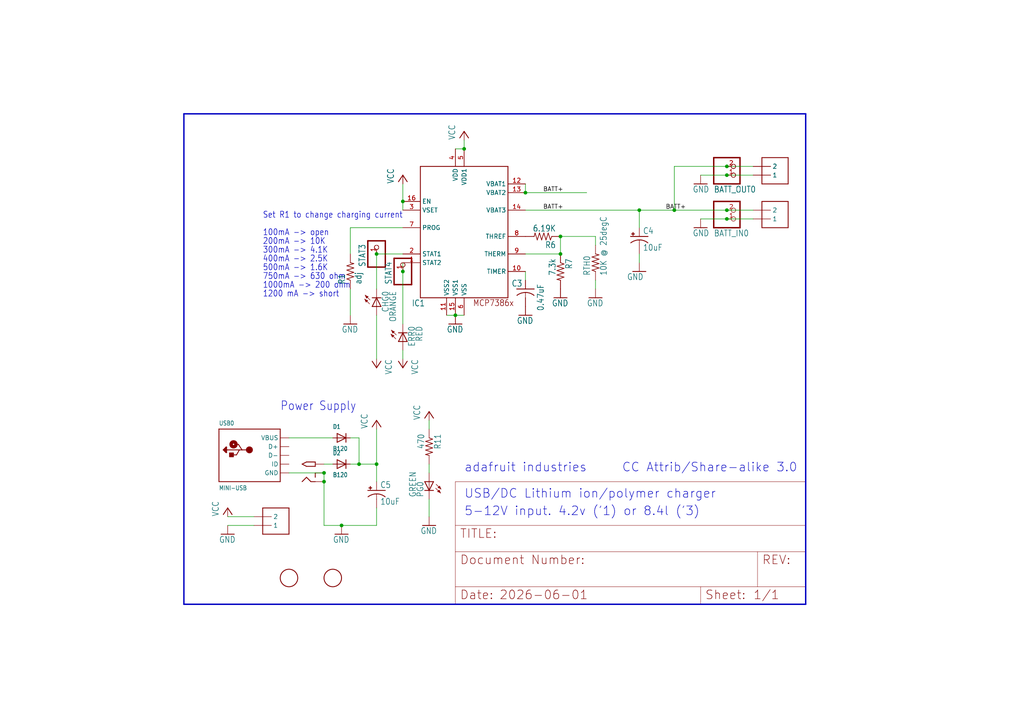
<source format=kicad_sch>
(kicad_sch (version 20230121) (generator eeschema)
  (paper "A4")
  (lib_symbols
    (symbol "working-eagle-import:1X2-3.5MM"
      (symbol "1X2-3.5MM_1_0"
        (polyline (pts (xy -2.54 -2.54) (xy 5.08 -2.54)) (stroke (width 0.254)))
        (polyline (pts (xy -2.54 5.08) (xy -2.54 -2.54)) (stroke (width 0.254)))
        (polyline (pts (xy 5.08 -2.54) (xy 5.08 5.08)) (stroke (width 0.254)))
        (polyline (pts (xy 5.08 5.08) (xy -2.54 5.08)) (stroke (width 0.254)))
        (pin passive line (at -5.08 2.54 0) (length 5.08) (name "1") (number "1"))
        (pin passive line (at -5.08 0 0) (length 5.08) (name "2") (number "2"))
      )
    )
    (symbol "working-eagle-import:2.1MMJACKSMT"
      (symbol "2.1MMJACKSMT_1_0"
        (polyline (pts (xy -1.27 2.54) (xy 0 1.905)) (stroke (width 0.254)))
        (polyline (pts (xy 0 -1.27) (xy -1.27 -2.54)) (stroke (width 0.254)))
        (polyline (pts (xy 0 1.905) (xy 2.54 1.905)) (stroke (width 0.254)))
        (polyline (pts (xy 0 3.175) (xy -1.27 2.54)) (stroke (width 0.254)))
        (polyline (pts (xy 1.27 -2.54) (xy 0 -1.27)) (stroke (width 0.254)))
        (polyline (pts (xy 2.54 -2.54) (xy 1.27 -2.54)) (stroke (width 0.254)))
        (polyline (pts (xy 2.54 0) (xy 2.54 -1.27)) (stroke (width 0.254)))
        (polyline (pts (xy 2.54 1.905) (xy 2.54 3.175)) (stroke (width 0.254)))
        (polyline (pts (xy 2.54 3.175) (xy 0 3.175)) (stroke (width 0.254)))
        (pin bidirectional line (at 5.08 -2.54 180) (length 2.54) (name "RING") (number "GND"))
        (pin bidirectional line (at 5.08 0 180) (length 2.54) (name "RING_SW") (number "GNDBREAK"))
        (pin bidirectional line (at 5.08 2.54 180) (length 2.54) (name "TIP") (number "PWR2"))
      )
    )
    (symbol "working-eagle-import:C-USC0805K"
      (property "Reference" "C" (at 1.016 0.635 0))
      (symbol "C-USC0805K_1_0"
        (arc (start 0 -1.0161) (mid -1.302 -1.2303) (end -2.4668 -1.8504) (stroke (width 0.254)))
        (polyline (pts (xy -2.54 0) (xy 2.54 0)) (stroke (width 0.254)))
        (polyline (pts (xy 0 -1.016) (xy 0 -2.54)) (stroke (width 0.1524)))
        (arc (start 2.4892 -1.8541) (mid 1.3158 -1.2194) (end 0 -1) (stroke (width 0.254)))
        (pin passive line (at 0 2.54 270) (length 2.54) (name "1") (number "1"))
        (pin passive line (at 0 -5.08 90) (length 2.54) (name "2") (number "2"))
      )
    )
    (symbol "working-eagle-import:CPOL-USA/3216-18R"
      (property "Reference" "C" (at 1.016 0.635 0))
      (symbol "CPOL-USA/3216-18R_1_0"
        (rectangle (start -2.253 0.668) (end -1.364 0.795) (fill (type outline)))
        (rectangle (start -1.872 0.287) (end -1.745 1.176) (fill (type outline)))
        (arc (start 0 -1.0161) (mid -1.3021 -1.2303) (end -2.4669 -1.8504) (stroke (width 0.254)))
        (polyline (pts (xy -2.54 0) (xy 2.54 0)) (stroke (width 0.254)))
        (polyline (pts (xy 0 -1.016) (xy 0 -2.54)) (stroke (width 0.1524)))
        (arc (start 2.4892 -1.8541) (mid 1.3158 -1.2194) (end 0 -1) (stroke (width 0.254)))
        (pin passive line (at 0 2.54 270) (length 2.54) (name "+") (number "+"))
        (pin passive line (at 0 -5.08 90) (length 2.54) (name "-") (number "-"))
      )
    )
    (symbol "working-eagle-import:DIODESMA"
      (property "Reference" "D" (at -2.54 2.54 0))
      (symbol "DIODESMA_1_0"
        (polyline (pts (xy -1.27 -1.27) (xy 1.27 0)) (stroke (width 0.254)))
        (polyline (pts (xy -1.27 1.27) (xy -1.27 -1.27)) (stroke (width 0.254)))
        (polyline (pts (xy 1.27 0) (xy -1.27 1.27)) (stroke (width 0.254)))
        (polyline (pts (xy 1.27 0) (xy 1.27 -1.27)) (stroke (width 0.254)))
        (polyline (pts (xy 1.27 1.27) (xy 1.27 0)) (stroke (width 0.254)))
        (pin passive line (at -2.54 0 0) (length 2.54) (name "A") (number "A"))
        (pin passive line (at 2.54 0 180) (length 2.54) (name "C") (number "C"))
      )
    )
    (symbol "working-eagle-import:FIDUCIAL"
      (symbol "FIDUCIAL_1_0"
        (circle (center 0 0) (radius 2.54) (stroke (width 0.254)))
      )
    )
    (symbol "working-eagle-import:GND" (power)
      (property "Value" "GND" (at -2.54 -2.54 0))
      (symbol "GND_1_0"
        (polyline (pts (xy -1.905 0) (xy 1.905 0)) (stroke (width 0.254)))
        (pin power_in line (at 0 2.54 270) (length 2.54) (name "GND") (number "1"))
      )
    )
    (symbol "working-eagle-import:JST_2PIN"
      (property "Reference" "CN" (at -6.35 5.715 0))
      (symbol "JST_2PIN_1_0"
        (polyline (pts (xy -6.35 -2.54) (xy 1.27 -2.54)) (stroke (width 0.4064)))
        (polyline (pts (xy -6.35 5.08) (xy -6.35 -2.54)) (stroke (width 0.4064)))
        (polyline (pts (xy 1.27 -2.54) (xy 1.27 5.08)) (stroke (width 0.4064)))
        (polyline (pts (xy 1.27 5.08) (xy -6.35 5.08)) (stroke (width 0.4064)))
        (pin passive inverted (at -2.54 2.54 0) (length 2.54) (name "1") (number "1"))
        (pin passive inverted (at -2.54 0 0) (length 2.54) (name "2") (number "2"))
      )
    )
    (symbol "working-eagle-import:LEDCHIPLED_0805"
      (property "Reference" "LED" (at 3.556 -4.572 90))
      (symbol "LEDCHIPLED_0805_1_0"
        (polyline (pts (xy -2.032 -0.762) (xy -3.429 -2.159)) (stroke (width 0.1524)))
        (polyline (pts (xy -1.905 -1.905) (xy -3.302 -3.302)) (stroke (width 0.1524)))
        (polyline (pts (xy 0 -2.54) (xy -1.27 -2.54)) (stroke (width 0.254)))
        (polyline (pts (xy 0 -2.54) (xy -1.27 0)) (stroke (width 0.254)))
        (polyline (pts (xy 0 0) (xy -1.27 0)) (stroke (width 0.254)))
        (polyline (pts (xy 0 0) (xy 0 -2.54)) (stroke (width 0.1524)))
        (polyline (pts (xy 1.27 -2.54) (xy 0 -2.54)) (stroke (width 0.254)))
        (polyline (pts (xy 1.27 0) (xy 0 -2.54)) (stroke (width 0.254)))
        (polyline (pts (xy 1.27 0) (xy 0 0)) (stroke (width 0.254)))
        (polyline (pts (xy -3.429 -2.159) (xy -3.048 -1.27) (xy -2.54 -1.778)) (stroke (width 0.1524)) (fill (type outline)))
        (polyline (pts (xy -3.302 -3.302) (xy -2.921 -2.413) (xy -2.413 -2.921)) (stroke (width 0.1524)) (fill (type outline)))
        (pin passive line (at 0 2.54 270) (length 2.54) (name "A") (number "A"))
        (pin passive line (at 0 -5.08 90) (length 2.54) (name "C") (number "C"))
      )
    )
    (symbol "working-eagle-import:LETTER_L"
      (symbol "LETTER_L_1_0"
        (polyline (pts (xy 0 0) (xy 248.92 0) (xy 248.92 185.42) (xy 0 185.42) (xy 0 0)))
      )
      (symbol "LETTER_L_2_0"
        (polyline (pts (xy 0 0) (xy 0 5.08)) (stroke (width 0.1016)))
        (polyline (pts (xy 0 0) (xy 71.12 0)) (stroke (width 0.1016)))
        (polyline (pts (xy 0 5.08) (xy 0 15.24)) (stroke (width 0.1016)))
        (polyline (pts (xy 0 5.08) (xy 71.12 5.08)) (stroke (width 0.1016)))
        (polyline (pts (xy 0 15.24) (xy 0 22.86)) (stroke (width 0.1016)))
        (polyline (pts (xy 0 22.86) (xy 0 35.56)) (stroke (width 0.1016)))
        (polyline (pts (xy 0 22.86) (xy 101.6 22.86)) (stroke (width 0.1016)))
        (polyline (pts (xy 71.12 0) (xy 101.6 0)) (stroke (width 0.1016)))
        (polyline (pts (xy 71.12 5.08) (xy 71.12 0)) (stroke (width 0.1016)))
        (polyline (pts (xy 71.12 5.08) (xy 87.63 5.08)) (stroke (width 0.1016)))
        (polyline (pts (xy 87.63 5.08) (xy 101.6 5.08)) (stroke (width 0.1016)))
        (polyline (pts (xy 87.63 15.24) (xy 0 15.24)) (stroke (width 0.1016)))
        (polyline (pts (xy 87.63 15.24) (xy 87.63 5.08)) (stroke (width 0.1016)))
        (polyline (pts (xy 101.6 5.08) (xy 101.6 0)) (stroke (width 0.1016)))
        (polyline (pts (xy 101.6 15.24) (xy 87.63 15.24)) (stroke (width 0.1016)))
        (polyline (pts (xy 101.6 15.24) (xy 101.6 5.08)) (stroke (width 0.1016)))
        (polyline (pts (xy 101.6 22.86) (xy 101.6 15.24)) (stroke (width 0.1016)))
        (polyline (pts (xy 101.6 35.56) (xy 0 35.56)) (stroke (width 0.1016)))
        (polyline (pts (xy 101.6 35.56) (xy 101.6 22.86)) (stroke (width 0.1016)))
        (text "${#}/${##}" (at 86.36 1.27 0) (effects (font (size 2.54 2.54)) (justify left bottom)))
        (text "${CURRENT_DATE}" (at 12.7 1.27 0) (effects (font (size 2.54 2.54)) (justify left bottom)))
        (text "${PROJECTNAME}" (at 17.78 19.05 0) (effects (font (size 2.54 2.54)) (justify left bottom)))
        (text "Date:" (at 1.27 1.27 0) (effects (font (size 2.54 2.54)) (justify left bottom)))
        (text "Document Number:" (at 1.27 11.43 0) (effects (font (size 2.54 2.54)) (justify left bottom)))
        (text "REV:" (at 88.9 11.43 0) (effects (font (size 2.54 2.54)) (justify left bottom)))
        (text "Sheet:" (at 72.39 1.27 0) (effects (font (size 2.54 2.54)) (justify left bottom)))
        (text "TITLE:" (at 1.27 19.05 0) (effects (font (size 2.54 2.54)) (justify left bottom)))
      )
    )
    (symbol "working-eagle-import:MCP7386XS"
      (property "Reference" "IC" (at -22.86 -20.32 0))
      (symbol "MCP7386XS_1_0"
        (polyline (pts (xy -20.32 -17.78) (xy -20.32 20.32)) (stroke (width 0.254)))
        (polyline (pts (xy -20.32 20.32) (xy 5.08 20.32)) (stroke (width 0.254)))
        (polyline (pts (xy 5.08 -17.78) (xy -20.32 -17.78)) (stroke (width 0.254)))
        (polyline (pts (xy 5.08 20.32) (xy 5.08 -17.78)) (stroke (width 0.254)))
        (text "MCP7386x" (at -5.08 -20.32 0) (effects (font (size 1.778 1.5113)) (justify left bottom)))
        (pin output line (at -25.4 -7.62 0) (length 5.08) (name "STAT2") (number "1"))
        (pin passive line (at 10.16 -10.16 180) (length 5.08) (name "TIMER") (number "10"))
        (pin power_in line (at -12.7 -22.86 90) (length 5.08) (name "VSS2") (number "11"))
        (pin input line (at 10.16 15.24 180) (length 5.08) (name "VBAT1") (number "12"))
        (pin input line (at 10.16 12.7 180) (length 5.08) (name "VBAT2") (number "13"))
        (pin input line (at 10.16 7.62 180) (length 5.08) (name "VBAT3") (number "14"))
        (pin power_in line (at -10.16 -22.86 90) (length 5.08) (name "VSS1") (number "15"))
        (pin input line (at -25.4 10.16 0) (length 5.08) (name "EN") (number "16"))
        (pin output line (at -25.4 -5.08 0) (length 5.08) (name "STAT1") (number "2"))
        (pin input line (at -25.4 7.62 0) (length 5.08) (name "VSET") (number "3"))
        (pin power_in line (at -10.16 25.4 270) (length 5.08) (name "VDD") (number "4"))
        (pin power_in line (at -7.62 25.4 270) (length 5.08) (name "VDD1") (number "5"))
        (pin power_in line (at -7.62 -22.86 90) (length 5.08) (name "VSS") (number "6"))
        (pin passive line (at -25.4 2.54 0) (length 5.08) (name "PROG") (number "7"))
        (pin passive line (at 10.16 0 180) (length 5.08) (name "THREF") (number "8"))
        (pin passive line (at 10.16 -5.08 180) (length 5.08) (name "THERM") (number "9"))
      )
    )
    (symbol "working-eagle-import:PINHD-1X1"
      (property "Reference" "JP" (at -6.35 3.175 0))
      (symbol "PINHD-1X1_1_0"
        (polyline (pts (xy -6.35 -2.54) (xy 1.27 -2.54)) (stroke (width 0.4064)))
        (polyline (pts (xy -6.35 2.54) (xy -6.35 -2.54)) (stroke (width 0.4064)))
        (polyline (pts (xy 1.27 -2.54) (xy 1.27 2.54)) (stroke (width 0.4064)))
        (polyline (pts (xy 1.27 2.54) (xy -6.35 2.54)) (stroke (width 0.4064)))
        (pin passive inverted (at -2.54 0 0) (length 2.54) (name "1") (number "1"))
      )
    )
    (symbol "working-eagle-import:R-US_FLIPFLOP"
      (property "Reference" "R" (at -3.81 1.4986 0))
      (symbol "R-US_FLIPFLOP_1_0"
        (polyline (pts (xy -2.54 0) (xy -2.159 1.016)) (stroke (width 0.2032)))
        (polyline (pts (xy -2.159 1.016) (xy -1.524 -1.016)) (stroke (width 0.2032)))
        (polyline (pts (xy -1.524 -1.016) (xy -0.889 1.016)) (stroke (width 0.2032)))
        (polyline (pts (xy -0.889 1.016) (xy -0.254 -1.016)) (stroke (width 0.2032)))
        (polyline (pts (xy -0.254 -1.016) (xy 0.381 1.016)) (stroke (width 0.2032)))
        (polyline (pts (xy 0.381 1.016) (xy 1.016 -1.016)) (stroke (width 0.2032)))
        (polyline (pts (xy 1.016 -1.016) (xy 1.651 1.016)) (stroke (width 0.2032)))
        (polyline (pts (xy 1.651 1.016) (xy 2.286 -1.016)) (stroke (width 0.2032)))
        (polyline (pts (xy 2.286 -1.016) (xy 2.54 0)) (stroke (width 0.2032)))
        (pin passive line (at -5.08 0 0) (length 2.54) (name "1") (number "1"))
        (pin passive line (at 5.08 0 180) (length 2.54) (name "2") (number "2"))
      )
    )
    (symbol "working-eagle-import:R-US_R0805"
      (property "Reference" "R" (at -3.81 1.4986 0))
      (symbol "R-US_R0805_1_0"
        (polyline (pts (xy -2.54 0) (xy -2.159 1.016)) (stroke (width 0.2032)))
        (polyline (pts (xy -2.159 1.016) (xy -1.524 -1.016)) (stroke (width 0.2032)))
        (polyline (pts (xy -1.524 -1.016) (xy -0.889 1.016)) (stroke (width 0.2032)))
        (polyline (pts (xy -0.889 1.016) (xy -0.254 -1.016)) (stroke (width 0.2032)))
        (polyline (pts (xy -0.254 -1.016) (xy 0.381 1.016)) (stroke (width 0.2032)))
        (polyline (pts (xy 0.381 1.016) (xy 1.016 -1.016)) (stroke (width 0.2032)))
        (polyline (pts (xy 1.016 -1.016) (xy 1.651 1.016)) (stroke (width 0.2032)))
        (polyline (pts (xy 1.651 1.016) (xy 2.286 -1.016)) (stroke (width 0.2032)))
        (polyline (pts (xy 2.286 -1.016) (xy 2.54 0)) (stroke (width 0.2032)))
        (pin passive line (at -5.08 0 0) (length 2.54) (name "1") (number "1"))
        (pin passive line (at 5.08 0 180) (length 2.54) (name "2") (number "2"))
      )
    )
    (symbol "working-eagle-import:USBMINIB"
      (property "Reference" "CN" (at -10.16 8.636 0))
      (symbol "USBMINIB_1_0"
        (rectangle (start -7.12 -0.45) (end -5.92 0.75) (fill (type outline)))
        (circle (center -5.92 3.2) (radius 0.2) (stroke (width 1)))
        (circle (center -1.32 1.6) (radius 0.5) (stroke (width 1)))
        (polyline (pts (xy -10.2 7.62) (xy -10.16 7.62)) (stroke (width 0.254)))
        (polyline (pts (xy -10.16 -7.62) (xy 7.62 -7.62)) (stroke (width 0.254)))
        (polyline (pts (xy -10.16 7.62) (xy -10.16 -7.62)) (stroke (width 0.254)))
        (polyline (pts (xy -10.16 7.62) (xy 7.62 7.62)) (stroke (width 0.254)))
        (polyline (pts (xy -8.92 1.6) (xy -8.12 2.4)) (stroke (width 0.254)))
        (polyline (pts (xy -8.52 1.4) (xy -8.32 1.2)) (stroke (width 0.254)))
        (polyline (pts (xy -8.52 1.6) (xy -8.52 1.4)) (stroke (width 0.254)))
        (polyline (pts (xy -8.32 1.2) (xy -8.32 2)) (stroke (width 0.254)))
        (polyline (pts (xy -8.32 2) (xy -8.72 1.6)) (stroke (width 0.254)))
        (polyline (pts (xy -8.12 0.8) (xy -8.92 1.6)) (stroke (width 0.254)))
        (polyline (pts (xy -8.12 1) (xy -8.12 2.4)) (stroke (width 0.254)))
        (polyline (pts (xy -8.12 2.4) (xy -7.92 2.4)) (stroke (width 0.254)))
        (polyline (pts (xy -7.92 0.8) (xy -8.12 0.8)) (stroke (width 0.254)))
        (polyline (pts (xy -7.92 1.6) (xy -7.92 0.8)) (stroke (width 0.254)))
        (polyline (pts (xy -7.92 2.4) (xy -7.92 1.6)) (stroke (width 0.254)))
        (polyline (pts (xy -6.27 0.15) (xy -5.07 0.15)) (stroke (width 0.254)))
        (polyline (pts (xy -5.52 3.2) (xy -4.52 3.2)) (stroke (width 0.254)))
        (polyline (pts (xy -5.07 0.15) (xy -4.22 1.6)) (stroke (width 0.254)))
        (polyline (pts (xy -4.52 3.2) (xy -3.47 1.6)) (stroke (width 0.254)))
        (polyline (pts (xy -4.22 1.6) (xy -7.92 1.6)) (stroke (width 0.254)))
        (polyline (pts (xy -3.47 1.6) (xy -4.22 1.6)) (stroke (width 0.254)))
        (polyline (pts (xy -1.32 1.6) (xy -3.47 1.6)) (stroke (width 0.254)))
        (polyline (pts (xy 7.62 7.62) (xy 7.62 -7.62)) (stroke (width 0.254)))
        (pin bidirectional line (at 10.16 2.54 180) (length 2.54) (name "D+") (number "D+"))
        (pin bidirectional line (at 10.16 0 180) (length 2.54) (name "D-") (number "D-"))
        (pin power_in line (at 10.16 -5.08 180) (length 2.54) (name "GND") (number "GND"))
        (pin bidirectional line (at 10.16 -2.54 180) (length 2.54) (name "ID") (number "ID"))
        (pin power_in line (at 10.16 5.08 180) (length 2.54) (name "VBUS") (number "VBUS"))
      )
    )
    (symbol "working-eagle-import:VCC" (power)
      (property "Value" "VCC" (at -2.54 -2.54 90))
      (symbol "VCC_1_0"
        (polyline (pts (xy 0 0) (xy -1.27 -1.905)) (stroke (width 0.254)))
        (polyline (pts (xy 1.27 -1.905) (xy 0 0)) (stroke (width 0.254)))
        (pin power_in line (at 0 -2.54 90) (length 2.54) (name "VCC") (number "1"))
      )
    )
  )
  (junction (at 116.84 58.42))
  (junction (at 210.82 50.8))
  (junction (at 210.82 63.5))
  (junction (at 132.08 91.44))
  (junction (at 162.56 73.66))
  (junction (at 134.62 43.18))
  (junction (at 210.82 48.26))
  (junction (at 116.84 78.74))
  (junction (at 185.42 60.96))
  (junction (at 99.06 152.4))
  (junction (at 109.22 134.62))
  (junction (at 152.4 55.88))
  (junction (at 93.98 139.7))
  (junction (at 93.98 137.16))
  (junction (at 162.56 68.58))
  (junction (at 210.82 60.96))
  (junction (at 109.22 73.66))
  (junction (at 195.58 60.96))
  (junction (at 104.14 134.62))
  (wire (pts (xy 93.98 134.62) (xy 96.52 134.62)) (stroke (width 0.1524)))
  (wire (pts (xy 101.6 73.66) (xy 101.6 66.04)) (stroke (width 0.1524)))
  (wire (pts (xy 73.66 152.4) (xy 66.04 152.4)) (stroke (width 0.1524)))
  (wire (pts (xy 210.82 60.96) (xy 195.58 60.96)) (stroke (width 0.1524)))
  (wire (pts (xy 134.62 43.18) (xy 132.08 43.18)) (stroke (width 0.1524)))
  (wire (pts (xy 124.46 149.86) (xy 124.46 144.78)) (stroke (width 0.1524)))
  (wire (pts (xy 109.22 73.66) (xy 109.22 83.82)) (stroke (width 0.1524)))
  (wire (pts (xy 73.66 149.86) (xy 66.04 149.86)) (stroke (width 0.1524)))
  (wire (pts (xy 116.84 78.74) (xy 116.84 76.2)) (stroke (width 0.1524)))
  (wire (pts (xy 93.98 137.16) (xy 93.98 139.7)) (stroke (width 0.1524)))
  (wire (pts (xy 116.84 93.98) (xy 116.84 78.74)) (stroke (width 0.1524)))
  (wire (pts (xy 116.84 101.6) (xy 116.84 104.14)) (stroke (width 0.1524)))
  (wire (pts (xy 109.22 104.14) (xy 109.22 91.44)) (stroke (width 0.1524)))
  (wire (pts (xy 152.4 53.34) (xy 152.4 55.88)) (stroke (width 0.1524)))
  (wire (pts (xy 210.82 50.8) (xy 218.44 50.8)) (stroke (width 0.1524)))
  (wire (pts (xy 109.22 134.62) (xy 104.14 134.62)) (stroke (width 0.1524)))
  (wire (pts (xy 162.56 68.58) (xy 172.72 68.58)) (stroke (width 0.1524)))
  (wire (pts (xy 109.22 152.4) (xy 109.22 147.32)) (stroke (width 0.1524)))
  (wire (pts (xy 83.82 127) (xy 96.52 127)) (stroke (width 0.1524)))
  (wire (pts (xy 152.4 73.66) (xy 162.56 73.66)) (stroke (width 0.1524)))
  (wire (pts (xy 116.84 53.34) (xy 116.84 58.42)) (stroke (width 0.1524)))
  (wire (pts (xy 101.6 134.62) (xy 104.14 134.62)) (stroke (width 0.1524)))
  (wire (pts (xy 124.46 137.16) (xy 124.46 134.62)) (stroke (width 0.1524)))
  (polyline (pts (xy 53.34 175.26) (xy 53.34 33.02)) (stroke (width 0.4064) (type solid)))
  (polyline (pts (xy 233.68 33.02) (xy 233.68 175.26)) (stroke (width 0.4064) (type solid)))
  (wire (pts (xy 185.42 76.2) (xy 185.42 73.66)) (stroke (width 0.1524)))
  (wire (pts (xy 109.22 73.66) (xy 116.84 73.66)) (stroke (width 0.1524)))
  (wire (pts (xy 195.58 60.96) (xy 185.42 60.96)) (stroke (width 0.1524)))
  (wire (pts (xy 152.4 81.28) (xy 152.4 78.74)) (stroke (width 0.1524)))
  (wire (pts (xy 116.84 58.42) (xy 116.84 60.96)) (stroke (width 0.1524)))
  (wire (pts (xy 218.44 48.26) (xy 210.82 48.26)) (stroke (width 0.1524)))
  (wire (pts (xy 162.56 73.66) (xy 162.56 68.58)) (stroke (width 0.1524)))
  (wire (pts (xy 101.6 66.04) (xy 116.84 66.04)) (stroke (width 0.1524)))
  (polyline (pts (xy 233.68 175.26) (xy 53.34 175.26)) (stroke (width 0.4064) (type solid)))
  (wire (pts (xy 203.2 63.5) (xy 210.82 63.5)) (stroke (width 0.1524)))
  (wire (pts (xy 101.6 91.44) (xy 101.6 83.82)) (stroke (width 0.1524)))
  (wire (pts (xy 195.58 60.96) (xy 195.58 48.26)) (stroke (width 0.1524)))
  (wire (pts (xy 172.72 83.82) (xy 172.72 81.28)) (stroke (width 0.1524)))
  (wire (pts (xy 134.62 40.64) (xy 134.62 43.18)) (stroke (width 0.1524)))
  (wire (pts (xy 132.08 91.44) (xy 134.62 91.44)) (stroke (width 0.1524)))
  (wire (pts (xy 129.54 91.44) (xy 132.08 91.44)) (stroke (width 0.1524)))
  (wire (pts (xy 152.4 55.88) (xy 170.18 55.88)) (stroke (width 0.1524)))
  (wire (pts (xy 101.6 127) (xy 104.14 127)) (stroke (width 0.1524)))
  (wire (pts (xy 210.82 60.96) (xy 218.44 60.96)) (stroke (width 0.1524)))
  (wire (pts (xy 152.4 60.96) (xy 185.42 60.96)) (stroke (width 0.1524)))
  (wire (pts (xy 93.98 137.16) (xy 83.82 137.16)) (stroke (width 0.1524)))
  (wire (pts (xy 203.2 50.8) (xy 210.82 50.8)) (stroke (width 0.1524)))
  (wire (pts (xy 172.72 68.58) (xy 172.72 71.12)) (stroke (width 0.1524)))
  (wire (pts (xy 109.22 124.46) (xy 109.22 134.62)) (stroke (width 0.1524)))
  (wire (pts (xy 109.22 139.7) (xy 109.22 134.62)) (stroke (width 0.1524)))
  (wire (pts (xy 185.42 60.96) (xy 185.42 66.04)) (stroke (width 0.1524)))
  (wire (pts (xy 104.14 127) (xy 104.14 134.62)) (stroke (width 0.1524)))
  (wire (pts (xy 99.06 152.4) (xy 109.22 152.4)) (stroke (width 0.1524)))
  (wire (pts (xy 93.98 152.4) (xy 93.98 139.7)) (stroke (width 0.1524)))
  (wire (pts (xy 218.44 63.5) (xy 210.82 63.5)) (stroke (width 0.1524)))
  (wire (pts (xy 99.06 152.4) (xy 93.98 152.4)) (stroke (width 0.1524)))
  (wire (pts (xy 195.58 48.26) (xy 210.82 48.26)) (stroke (width 0.1524)))
  (polyline (pts (xy 53.34 33.02) (xy 233.68 33.02)) (stroke (width 0.4064) (type solid)))
  (wire (pts (xy 124.46 124.46) (xy 124.46 121.92)) (stroke (width 0.1524)))
  (text "300mA -> 4.1K" (at 76.2 73.66 0) (effects (font (size 1.778 1.5113)) (justify left bottom)))
  (text "1000mA -> 200 ohm" (at 76.2 83.82 0) (effects (font (size 1.778 1.5113)) (justify left bottom)))
  (text "Set R1 to change charging current~{}" (at 76.2 63.5 0) (effects (font (size 1.778 1.5113)) (justify left bottom)))
  (text "USB/DC Lithium ion/polymer charger" (at 134.62 144.78 0) (effects (font (size 2.54 2.54)) (justify left bottom)))
  (text "Power Supply" (at 81.28 119.38 0) (effects (font (size 2.54 2.159)) (justify left bottom)))
  (text "500mA -> 1.6K" (at 76.2 78.74 0) (effects (font (size 1.778 1.5113)) (justify left bottom)))
  (text "CC Attrib/Share-alike 3.0" (at 180.34 137.16 0) (effects (font (size 2.54 2.54)) (justify left bottom)))
  (text "1200 mA -> short" (at 76.2 86.36 0) (effects (font (size 1.778 1.5113)) (justify left bottom)))
  (text "750mA -> 630 ohm" (at 76.2 81.28 0) (effects (font (size 1.778 1.5113)) (justify left bottom)))
  (text "5-12V input. 4.2v ('1) or 8.4l ('3)" (at 134.62 149.86 0) (effects (font (size 2.54 2.54)) (justify left bottom)))
  (text "200mA -> 10K" (at 76.2 71.12 0) (effects (font (size 1.778 1.5113)) (justify left bottom)))
  (text "100mA -> open" (at 76.2 68.58 0) (effects (font (size 1.778 1.5113)) (justify left bottom)))
  (text "adafruit industries" (at 134.62 137.16 0) (effects (font (size 2.54 2.54)) (justify left bottom)))
  (text "400mA -> 2.5K" (at 76.2 76.2 0) (effects (font (size 1.778 1.5113)) (justify left bottom)))
  (label "BATT+" (at 157.48 60.96 0) (effects (font (size 1.2446 1.2446))))
  (label "BATT+" (at 193.04 60.96 0) (effects (font (size 1.2446 1.2446))))
  (label "BATT+" (at 157.48 55.88 0) (effects (font (size 1.2446 1.2446))))
  (symbol (lib_id "working-eagle-import:GND") (at 99.06 154.94 0) (unit 1)
    (property "Reference" "#GND8" (effects hide))
    (property "Value" "GND" (at 96.52 157.48 0) (effects (font (size 1.778 1.5113)) (justify left bottom)))
  )
  (symbol (lib_id "working-eagle-import:JST_2PIN") (at 213.36 60.96 0) (mirror x) (unit 1)
    (property "Reference" "BATT_IN0" (at 207.01 66.675 0) (effects (font (size 1.778 1.5113)) (justify left bottom)))
    (property "Value" "JST_2PIN" (effects hide))
    (property "Footprint" "working:JSTPH2" (effects hide))
  )
  (symbol (lib_id "working-eagle-import:GND") (at 101.6 93.98 0) (unit 1)
    (property "Reference" "#GND1" (effects hide))
    (property "Value" "GND" (at 99.06 96.52 0) (effects (font (size 1.778 1.5113)) (justify left bottom)))
  )
  (symbol (lib_id "working-eagle-import:FIDUCIAL") (at 83.82 167.64 0) (unit 1)
    (property "Reference" "U$4" (effects hide))
    (property "Value" "FIDUCIAL" (effects hide))
    (property "Footprint" "working:FIDUCIAL_1MM" (effects hide))
  )
  (symbol (lib_id "working-eagle-import:PINHD-1X1") (at 109.22 71.12 90) (unit 1)
    (property "Reference" "STAT3" (at 106.045 77.47 0) (effects (font (size 1.778 1.5113)) (justify left bottom)))
    (property "Value" "PINHD-1X1" (effects hide))
    (property "Footprint" "working:1X01" (effects hide))
  )
  (symbol (lib_id "working-eagle-import:LEDCHIPLED_0805") (at 124.46 139.7 0) (mirror y) (unit 1)
    (property "Reference" "PG0" (at 120.904 144.272 90) (effects (font (size 1.778 1.5113)) (justify left bottom)))
    (property "Value" "GREEN" (at 118.745 144.272 90) (effects (font (size 1.778 1.5113)) (justify left bottom)))
    (property "Footprint" "working:CHIPLED_0805" (effects hide))
  )
  (symbol (lib_id "working-eagle-import:JST_2PIN") (at 213.36 48.26 0) (mirror x) (unit 1)
    (property "Reference" "BATT_OUT0" (at 207.01 53.975 0) (effects (font (size 1.778 1.5113)) (justify left bottom)))
    (property "Value" "JST_2PIN" (effects hide))
    (property "Footprint" "working:JSTPH2" (effects hide))
  )
  (symbol (lib_id "working-eagle-import:CPOL-USA/3216-18R") (at 109.22 142.24 0) (unit 1)
    (property "Reference" "C5" (at 110.236 141.605 0) (effects (font (size 1.778 1.5113)) (justify left bottom)))
    (property "Value" "10uF" (at 110.236 146.431 0) (effects (font (size 1.778 1.5113)) (justify left bottom)))
    (property "Footprint" "working:A_3216-18R" (effects hide))
  )
  (symbol (lib_id "working-eagle-import:DIODESMA") (at 99.06 127 0) (unit 1)
    (property "Reference" "D1" (at 96.52 124.46 0) (effects (font (size 1.27 1.0795)) (justify left bottom)))
    (property "Value" "B120" (at 96.52 130.81 0) (effects (font (size 1.27 1.0795)) (justify left bottom)))
    (property "Footprint" "working:SMADIODE" (effects hide))
  )
  (symbol (lib_id "working-eagle-import:1X2-3.5MM") (at 223.52 60.96 0) (mirror x) (unit 1)
    (property "Reference" "OUT0" (effects hide))
    (property "Value" "1X2-3.5MM" (effects hide))
    (property "Footprint" "working:3.5MMTERM" (effects hide))
  )
  (symbol (lib_id "working-eagle-import:R-US_R0805") (at 162.56 78.74 270) (unit 1)
    (property "Reference" "R7" (at 164.0586 74.93 0) (effects (font (size 1.778 1.5113)) (justify left bottom)))
    (property "Value" "7.3k" (at 159.258 74.93 0) (effects (font (size 1.778 1.5113)) (justify left bottom)))
    (property "Footprint" "working:R0805" (effects hide))
  )
  (symbol (lib_id "working-eagle-import:FIDUCIAL") (at 96.52 167.64 0) (unit 1)
    (property "Reference" "U$3" (effects hide))
    (property "Value" "FIDUCIAL" (effects hide))
    (property "Footprint" "working:FIDUCIAL_1MM" (effects hide))
  )
  (symbol (lib_id "working-eagle-import:GND") (at 203.2 53.34 0) (mirror y) (unit 1)
    (property "Reference" "#GND3" (effects hide))
    (property "Value" "GND" (at 205.74 55.88 0) (effects (font (size 1.778 1.5113)) (justify left bottom)))
  )
  (symbol (lib_id "working-eagle-import:GND") (at 132.08 93.98 0) (unit 1)
    (property "Reference" "#GND5" (effects hide))
    (property "Value" "GND" (at 129.54 96.52 0) (effects (font (size 1.778 1.5113)) (justify left bottom)))
  )
  (symbol (lib_id "working-eagle-import:GND") (at 162.56 86.36 0) (unit 1)
    (property "Reference" "#GND2" (effects hide))
    (property "Value" "GND" (at 160.02 88.9 0) (effects (font (size 1.778 1.5113)) (justify left bottom)))
  )
  (symbol (lib_id "working-eagle-import:GND") (at 66.04 154.94 0) (unit 1)
    (property "Reference" "#GND11" (effects hide))
    (property "Value" "GND" (at 63.5 157.48 0) (effects (font (size 1.778 1.5113)) (justify left bottom)))
  )
  (symbol (lib_id "working-eagle-import:VCC") (at 109.22 121.92 0) (unit 1)
    (property "Reference" "#P+2" (effects hide))
    (property "Value" "VCC" (at 106.68 124.46 90) (effects (font (size 1.778 1.5113)) (justify left bottom)))
  )
  (symbol (lib_id "working-eagle-import:GND") (at 152.4 91.44 0) (unit 1)
    (property "Reference" "#GND6" (effects hide))
    (property "Value" "GND" (at 149.86 93.98 0) (effects (font (size 1.778 1.5113)) (justify left bottom)))
  )
  (symbol (lib_id "working-eagle-import:GND") (at 203.2 66.04 0) (mirror y) (unit 1)
    (property "Reference" "#GND4" (effects hide))
    (property "Value" "GND" (at 205.74 68.58 0) (effects (font (size 1.778 1.5113)) (justify left bottom)))
  )
  (symbol (lib_id "working-eagle-import:PINHD-1X1") (at 116.84 76.2 90) (unit 1)
    (property "Reference" "STAT4" (at 113.665 82.55 0) (effects (font (size 1.778 1.5113)) (justify left bottom)))
    (property "Value" "PINHD-1X1" (effects hide))
    (property "Footprint" "working:1X01" (effects hide))
  )
  (symbol (lib_id "working-eagle-import:VCC") (at 124.46 119.38 0) (unit 1)
    (property "Reference" "#P+11" (effects hide))
    (property "Value" "VCC" (at 121.92 121.92 90) (effects (font (size 1.778 1.5113)) (justify left bottom)))
  )
  (symbol (lib_id "working-eagle-import:GND") (at 172.72 86.36 0) (unit 1)
    (property "Reference" "#GND10" (effects hide))
    (property "Value" "GND" (at 170.18 88.9 0) (effects (font (size 1.778 1.5113)) (justify left bottom)))
  )
  (symbol (lib_id "working-eagle-import:DIODESMA") (at 99.06 134.62 0) (unit 1)
    (property "Reference" "D2" (at 96.52 132.08 0) (effects (font (size 1.27 1.0795)) (justify left bottom)))
    (property "Value" "B120" (at 96.52 138.43 0) (effects (font (size 1.27 1.0795)) (justify left bottom)))
    (property "Footprint" "working:SMADIODE" (effects hide))
  )
  (symbol (lib_id "working-eagle-import:VCC") (at 116.84 106.68 180) (unit 1)
    (property "Reference" "#P+3" (effects hide))
    (property "Value" "VCC" (at 119.38 104.14 90) (effects (font (size 1.778 1.5113)) (justify left bottom)))
  )
  (symbol (lib_id "working-eagle-import:GND") (at 124.46 152.4 0) (unit 1)
    (property "Reference" "#GND7" (effects hide))
    (property "Value" "GND" (at 121.92 154.94 0) (effects (font (size 1.778 1.5113)) (justify left bottom)))
  )
  (symbol (lib_id "working-eagle-import:R-US_R0805") (at 124.46 129.54 270) (unit 1)
    (property "Reference" "R11" (at 125.9586 125.73 0) (effects (font (size 1.778 1.5113)) (justify left bottom)))
    (property "Value" "470" (at 121.158 125.73 0) (effects (font (size 1.778 1.5113)) (justify left bottom)))
    (property "Footprint" "working:R0805" (effects hide))
  )
  (symbol (lib_id "working-eagle-import:MCP7386XS") (at 142.24 68.58 0) (unit 1)
    (property "Reference" "IC1" (at 119.38 88.9 0) (effects (font (size 1.778 1.5113)) (justify left bottom)))
    (property "Value" "MCP7386XS" (effects hide))
    (property "Footprint" "working:SO16" (effects hide))
  )
  (symbol (lib_id "working-eagle-import:CPOL-USA/3216-18R") (at 185.42 68.58 0) (unit 1)
    (property "Reference" "C4" (at 186.436 67.945 0) (effects (font (size 1.778 1.5113)) (justify left bottom)))
    (property "Value" "10uF" (at 186.436 72.771 0) (effects (font (size 1.778 1.5113)) (justify left bottom)))
    (property "Footprint" "working:A_3216-18R" (effects hide))
  )
  (symbol (lib_id "working-eagle-import:VCC") (at 109.22 106.68 180) (unit 1)
    (property "Reference" "#P+7" (effects hide))
    (property "Value" "VCC" (at 111.76 104.14 90) (effects (font (size 1.778 1.5113)) (justify left bottom)))
  )
  (symbol (lib_id "working-eagle-import:1X2-3.5MM") (at 78.74 149.86 0) (mirror x) (unit 1)
    (property "Reference" "VIN0" (effects hide))
    (property "Value" "1X2-3.5MM" (effects hide))
    (property "Footprint" "working:3.5MMTERM" (effects hide))
  )
  (symbol (lib_id "working-eagle-import:R-US_R0805") (at 157.48 68.58 180) (unit 1)
    (property "Reference" "R6" (at 161.29 70.0786 0) (effects (font (size 1.778 1.5113)) (justify left bottom)))
    (property "Value" "6.19K" (at 161.29 65.278 0) (effects (font (size 1.778 1.5113)) (justify left bottom)))
    (property "Footprint" "working:R0805" (effects hide))
  )
  (symbol (lib_id "working-eagle-import:VCC") (at 116.84 50.8 0) (unit 1)
    (property "Reference" "#P+8" (effects hide))
    (property "Value" "VCC" (at 114.3 53.34 90) (effects (font (size 1.778 1.5113)) (justify left bottom)))
  )
  (symbol (lib_id "working-eagle-import:1X2-3.5MM") (at 223.52 48.26 0) (mirror x) (unit 1)
    (property "Reference" "IN0" (effects hide))
    (property "Value" "1X2-3.5MM" (effects hide))
    (property "Footprint" "working:3.5MMTERM" (effects hide))
  )
  (symbol (lib_id "working-eagle-import:R-US_FLIPFLOP") (at 172.72 76.2 90) (unit 1)
    (property "Reference" "RTH0" (at 171.2214 80.01 0) (effects (font (size 1.778 1.5113)) (justify left bottom)))
    (property "Value" "10K @ 25degC" (at 176.022 80.01 0) (effects (font (size 1.778 1.5113)) (justify left bottom)))
    (property "Footprint" "working:0805-THM" (effects hide))
  )
  (symbol (lib_id "working-eagle-import:2.1MMJACKSMT") (at 88.9 137.16 0) (unit 1)
    (property "Reference" "U$1" (effects hide))
    (property "Value" "2.1MMJACKSMT" (effects hide))
    (property "Footprint" "working:DCJACK_2MM_SMT" (effects hide))
  )
  (symbol (lib_id "working-eagle-import:LEDCHIPLED_0805") (at 116.84 99.06 0) (mirror x) (unit 1)
    (property "Reference" "ERR0" (at 120.396 94.488 90) (effects (font (size 1.778 1.5113)) (justify left bottom)))
    (property "Value" "RED" (at 122.555 94.488 90) (effects (font (size 1.778 1.5113)) (justify left bottom)))
    (property "Footprint" "working:CHIPLED_0805" (effects hide))
  )
  (symbol (lib_id "working-eagle-import:C-USC0805K") (at 152.4 83.82 0) (unit 1)
    (property "Reference" "C3" (at 148.336 83.185 0) (effects (font (size 1.778 1.5113)) (justify left bottom)))
    (property "Value" "0.47uF" (at 155.829 82.296 90) (effects (font (size 1.778 1.5113)) (justify right top)))
    (property "Footprint" "working:C0805K" (effects hide))
  )
  (symbol (lib_id "working-eagle-import:LEDCHIPLED_0805") (at 109.22 88.9 0) (mirror x) (unit 1)
    (property "Reference" "CHG0" (at 112.776 84.328 90) (effects (font (size 1.778 1.5113)) (justify left bottom)))
    (property "Value" "ORANGE" (at 114.935 84.328 90) (effects (font (size 1.778 1.5113)) (justify left bottom)))
    (property "Footprint" "working:CHIPLED_0805" (effects hide))
  )
  (symbol (lib_id "working-eagle-import:R-US_FLIPFLOP") (at 101.6 78.74 90) (unit 1)
    (property "Reference" "R1" (at 100.1014 82.55 0) (effects (font (size 1.778 1.5113)) (justify left bottom)))
    (property "Value" "adj" (at 104.902 82.55 0) (effects (font (size 1.778 1.5113)) (justify left bottom)))
    (property "Footprint" "working:0805-THM" (effects hide))
  )
  (symbol (lib_id "working-eagle-import:GND") (at 185.42 78.74 0) (mirror y) (unit 1)
    (property "Reference" "#GND9" (effects hide))
    (property "Value" "GND" (at 186.69 81.28 0) (effects (font (size 1.778 1.5113)) (justify left bottom)))
  )
  (symbol (lib_id "working-eagle-import:VCC") (at 66.04 147.32 0) (unit 1)
    (property "Reference" "#P+6" (effects hide))
    (property "Value" "VCC" (at 63.5 149.86 90) (effects (font (size 1.778 1.5113)) (justify left bottom)))
  )
  (symbol (lib_id "working-eagle-import:LETTER_L") (at 132.08 175.26 0) (unit 2)
    (property "Reference" "#FRAME1" (effects hide))
    (property "Value" "LETTER_L" (effects hide))
  )
  (symbol (lib_id "working-eagle-import:USBMINIB") (at 73.66 132.08 0) (unit 1)
    (property "Reference" "USB0" (at 63.5 123.444 0) (effects (font (size 1.27 1.0795)) (justify left bottom)))
    (property "Value" "MINI-USB" (at 63.5 142.24 0) (effects (font (size 1.27 1.0795)) (justify left bottom)))
    (property "Footprint" "working:USB-MINIB" (effects hide))
  )
  (symbol (lib_id "working-eagle-import:VCC") (at 134.62 38.1 0) (unit 1)
    (property "Reference" "#P+9" (effects hide))
    (property "Value" "VCC" (at 132.08 40.64 90) (effects (font (size 1.778 1.5113)) (justify left bottom)))
  )
)
</source>
